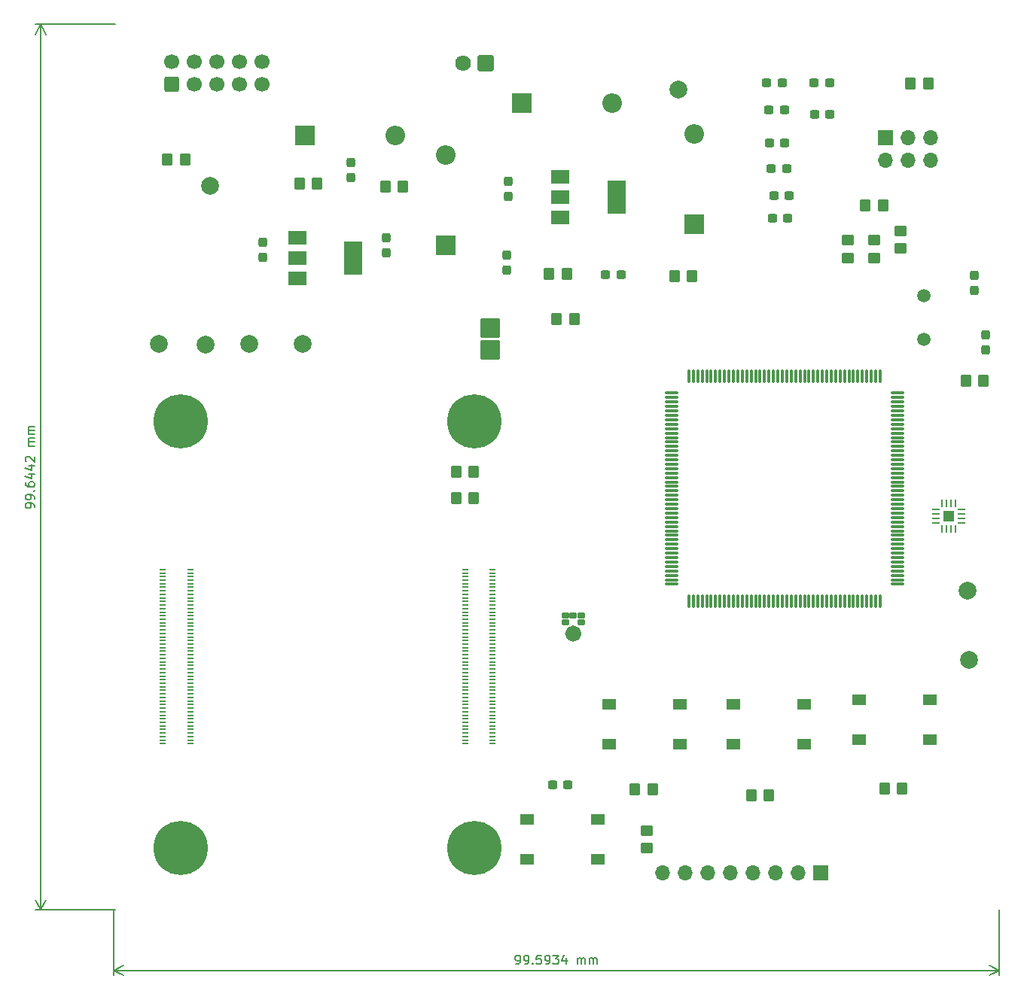
<source format=gbr>
G04 #@! TF.GenerationSoftware,KiCad,Pcbnew,9.0.0*
G04 #@! TF.CreationDate,2025-03-31T20:00:41-05:00*
G04 #@! TF.ProjectId,Portable Offline Translator,506f7274-6162-46c6-9520-4f66666c696e,rev?*
G04 #@! TF.SameCoordinates,Original*
G04 #@! TF.FileFunction,Soldermask,Top*
G04 #@! TF.FilePolarity,Negative*
%FSLAX46Y46*%
G04 Gerber Fmt 4.6, Leading zero omitted, Abs format (unit mm)*
G04 Created by KiCad (PCBNEW 9.0.0) date 2025-03-31 20:00:41*
%MOMM*%
%LPD*%
G01*
G04 APERTURE LIST*
G04 Aperture macros list*
%AMRoundRect*
0 Rectangle with rounded corners*
0 $1 Rounding radius*
0 $2 $3 $4 $5 $6 $7 $8 $9 X,Y pos of 4 corners*
0 Add a 4 corners polygon primitive as box body*
4,1,4,$2,$3,$4,$5,$6,$7,$8,$9,$2,$3,0*
0 Add four circle primitives for the rounded corners*
1,1,$1+$1,$2,$3*
1,1,$1+$1,$4,$5*
1,1,$1+$1,$6,$7*
1,1,$1+$1,$8,$9*
0 Add four rect primitives between the rounded corners*
20,1,$1+$1,$2,$3,$4,$5,0*
20,1,$1+$1,$4,$5,$6,$7,0*
20,1,$1+$1,$6,$7,$8,$9,0*
20,1,$1+$1,$8,$9,$2,$3,0*%
G04 Aperture macros list end*
%ADD10C,0.150000*%
%ADD11C,0.912000*%
%ADD12RoundRect,0.250000X0.350000X0.450000X-0.350000X0.450000X-0.350000X-0.450000X0.350000X-0.450000X0*%
%ADD13RoundRect,0.102000X-0.300000X-0.261000X0.300000X-0.261000X0.300000X0.261000X-0.300000X0.261000X0*%
%ADD14C,0.500000*%
%ADD15R,1.550000X1.300000*%
%ADD16C,2.000000*%
%ADD17R,2.200000X2.200000*%
%ADD18O,2.200000X2.200000*%
%ADD19R,1.700000X1.700000*%
%ADD20O,1.700000X1.700000*%
%ADD21RoundRect,0.237500X0.237500X-0.300000X0.237500X0.300000X-0.237500X0.300000X-0.237500X-0.300000X0*%
%ADD22RoundRect,0.250000X-0.350000X-0.450000X0.350000X-0.450000X0.350000X0.450000X-0.350000X0.450000X0*%
%ADD23R,2.000000X1.500000*%
%ADD24R,2.000000X3.800000*%
%ADD25RoundRect,0.102000X1.000000X-1.000000X1.000000X1.000000X-1.000000X1.000000X-1.000000X-1.000000X0*%
%ADD26RoundRect,0.237500X-0.300000X-0.237500X0.300000X-0.237500X0.300000X0.237500X-0.300000X0.237500X0*%
%ADD27RoundRect,0.250000X0.450000X-0.350000X0.450000X0.350000X-0.450000X0.350000X-0.450000X-0.350000X0*%
%ADD28RoundRect,0.250000X-0.450000X0.350000X-0.450000X-0.350000X0.450000X-0.350000X0.450000X0.350000X0*%
%ADD29RoundRect,0.237500X-0.237500X0.300000X-0.237500X-0.300000X0.237500X-0.300000X0.237500X0.300000X0*%
%ADD30C,6.100000*%
%ADD31R,0.700000X0.200000*%
%ADD32RoundRect,0.250000X0.600000X-0.600000X0.600000X0.600000X-0.600000X0.600000X-0.600000X-0.600000X0*%
%ADD33C,1.700000*%
%ADD34C,1.500000*%
%ADD35RoundRect,0.062500X0.350000X0.062500X-0.350000X0.062500X-0.350000X-0.062500X0.350000X-0.062500X0*%
%ADD36RoundRect,0.062500X0.062500X0.350000X-0.062500X0.350000X-0.062500X-0.350000X0.062500X-0.350000X0*%
%ADD37R,1.230000X1.230000*%
%ADD38RoundRect,0.075000X-0.675000X-0.075000X0.675000X-0.075000X0.675000X0.075000X-0.675000X0.075000X0*%
%ADD39RoundRect,0.075000X-0.075000X-0.675000X0.075000X-0.675000X0.075000X0.675000X-0.075000X0.675000X0*%
%ADD40RoundRect,0.102000X-0.787500X-0.787500X0.787500X-0.787500X0.787500X0.787500X-0.787500X0.787500X0*%
%ADD41C,1.779000*%
G04 APERTURE END LIST*
D10*
X68900819Y-109336908D02*
X68900819Y-109146432D01*
X68900819Y-109146432D02*
X68853200Y-109051194D01*
X68853200Y-109051194D02*
X68805580Y-109003575D01*
X68805580Y-109003575D02*
X68662723Y-108908337D01*
X68662723Y-108908337D02*
X68472247Y-108860718D01*
X68472247Y-108860718D02*
X68091295Y-108860718D01*
X68091295Y-108860718D02*
X67996057Y-108908337D01*
X67996057Y-108908337D02*
X67948438Y-108955956D01*
X67948438Y-108955956D02*
X67900819Y-109051194D01*
X67900819Y-109051194D02*
X67900819Y-109241670D01*
X67900819Y-109241670D02*
X67948438Y-109336908D01*
X67948438Y-109336908D02*
X67996057Y-109384527D01*
X67996057Y-109384527D02*
X68091295Y-109432146D01*
X68091295Y-109432146D02*
X68329390Y-109432146D01*
X68329390Y-109432146D02*
X68424628Y-109384527D01*
X68424628Y-109384527D02*
X68472247Y-109336908D01*
X68472247Y-109336908D02*
X68519866Y-109241670D01*
X68519866Y-109241670D02*
X68519866Y-109051194D01*
X68519866Y-109051194D02*
X68472247Y-108955956D01*
X68472247Y-108955956D02*
X68424628Y-108908337D01*
X68424628Y-108908337D02*
X68329390Y-108860718D01*
X68900819Y-108384527D02*
X68900819Y-108194051D01*
X68900819Y-108194051D02*
X68853200Y-108098813D01*
X68853200Y-108098813D02*
X68805580Y-108051194D01*
X68805580Y-108051194D02*
X68662723Y-107955956D01*
X68662723Y-107955956D02*
X68472247Y-107908337D01*
X68472247Y-107908337D02*
X68091295Y-107908337D01*
X68091295Y-107908337D02*
X67996057Y-107955956D01*
X67996057Y-107955956D02*
X67948438Y-108003575D01*
X67948438Y-108003575D02*
X67900819Y-108098813D01*
X67900819Y-108098813D02*
X67900819Y-108289289D01*
X67900819Y-108289289D02*
X67948438Y-108384527D01*
X67948438Y-108384527D02*
X67996057Y-108432146D01*
X67996057Y-108432146D02*
X68091295Y-108479765D01*
X68091295Y-108479765D02*
X68329390Y-108479765D01*
X68329390Y-108479765D02*
X68424628Y-108432146D01*
X68424628Y-108432146D02*
X68472247Y-108384527D01*
X68472247Y-108384527D02*
X68519866Y-108289289D01*
X68519866Y-108289289D02*
X68519866Y-108098813D01*
X68519866Y-108098813D02*
X68472247Y-108003575D01*
X68472247Y-108003575D02*
X68424628Y-107955956D01*
X68424628Y-107955956D02*
X68329390Y-107908337D01*
X68805580Y-107479765D02*
X68853200Y-107432146D01*
X68853200Y-107432146D02*
X68900819Y-107479765D01*
X68900819Y-107479765D02*
X68853200Y-107527384D01*
X68853200Y-107527384D02*
X68805580Y-107479765D01*
X68805580Y-107479765D02*
X68900819Y-107479765D01*
X67900819Y-106575004D02*
X67900819Y-106765480D01*
X67900819Y-106765480D02*
X67948438Y-106860718D01*
X67948438Y-106860718D02*
X67996057Y-106908337D01*
X67996057Y-106908337D02*
X68138914Y-107003575D01*
X68138914Y-107003575D02*
X68329390Y-107051194D01*
X68329390Y-107051194D02*
X68710342Y-107051194D01*
X68710342Y-107051194D02*
X68805580Y-107003575D01*
X68805580Y-107003575D02*
X68853200Y-106955956D01*
X68853200Y-106955956D02*
X68900819Y-106860718D01*
X68900819Y-106860718D02*
X68900819Y-106670242D01*
X68900819Y-106670242D02*
X68853200Y-106575004D01*
X68853200Y-106575004D02*
X68805580Y-106527385D01*
X68805580Y-106527385D02*
X68710342Y-106479766D01*
X68710342Y-106479766D02*
X68472247Y-106479766D01*
X68472247Y-106479766D02*
X68377009Y-106527385D01*
X68377009Y-106527385D02*
X68329390Y-106575004D01*
X68329390Y-106575004D02*
X68281771Y-106670242D01*
X68281771Y-106670242D02*
X68281771Y-106860718D01*
X68281771Y-106860718D02*
X68329390Y-106955956D01*
X68329390Y-106955956D02*
X68377009Y-107003575D01*
X68377009Y-107003575D02*
X68472247Y-107051194D01*
X68234152Y-105622623D02*
X68900819Y-105622623D01*
X67853200Y-105860718D02*
X68567485Y-106098813D01*
X68567485Y-106098813D02*
X68567485Y-105479766D01*
X68234152Y-104670242D02*
X68900819Y-104670242D01*
X67853200Y-104908337D02*
X68567485Y-105146432D01*
X68567485Y-105146432D02*
X68567485Y-104527385D01*
X67996057Y-104194051D02*
X67948438Y-104146432D01*
X67948438Y-104146432D02*
X67900819Y-104051194D01*
X67900819Y-104051194D02*
X67900819Y-103813099D01*
X67900819Y-103813099D02*
X67948438Y-103717861D01*
X67948438Y-103717861D02*
X67996057Y-103670242D01*
X67996057Y-103670242D02*
X68091295Y-103622623D01*
X68091295Y-103622623D02*
X68186533Y-103622623D01*
X68186533Y-103622623D02*
X68329390Y-103670242D01*
X68329390Y-103670242D02*
X68900819Y-104241670D01*
X68900819Y-104241670D02*
X68900819Y-103622623D01*
X68900819Y-102432146D02*
X68234152Y-102432146D01*
X68329390Y-102432146D02*
X68281771Y-102384527D01*
X68281771Y-102384527D02*
X68234152Y-102289289D01*
X68234152Y-102289289D02*
X68234152Y-102146432D01*
X68234152Y-102146432D02*
X68281771Y-102051194D01*
X68281771Y-102051194D02*
X68377009Y-102003575D01*
X68377009Y-102003575D02*
X68900819Y-102003575D01*
X68377009Y-102003575D02*
X68281771Y-101955956D01*
X68281771Y-101955956D02*
X68234152Y-101860718D01*
X68234152Y-101860718D02*
X68234152Y-101717861D01*
X68234152Y-101717861D02*
X68281771Y-101622622D01*
X68281771Y-101622622D02*
X68377009Y-101575003D01*
X68377009Y-101575003D02*
X68900819Y-101575003D01*
X68900819Y-101098813D02*
X68234152Y-101098813D01*
X68329390Y-101098813D02*
X68281771Y-101051194D01*
X68281771Y-101051194D02*
X68234152Y-100955956D01*
X68234152Y-100955956D02*
X68234152Y-100813099D01*
X68234152Y-100813099D02*
X68281771Y-100717861D01*
X68281771Y-100717861D02*
X68377009Y-100670242D01*
X68377009Y-100670242D02*
X68900819Y-100670242D01*
X68377009Y-100670242D02*
X68281771Y-100622623D01*
X68281771Y-100622623D02*
X68234152Y-100527385D01*
X68234152Y-100527385D02*
X68234152Y-100384528D01*
X68234152Y-100384528D02*
X68281771Y-100289289D01*
X68281771Y-100289289D02*
X68377009Y-100241670D01*
X68377009Y-100241670D02*
X68900819Y-100241670D01*
X77960600Y-154635200D02*
X69009580Y-154635200D01*
X69009580Y-54991000D02*
X77960600Y-54991000D01*
X69596000Y-154635200D02*
X69596000Y-54991000D01*
X69596000Y-154635200D02*
X69596000Y-54991000D01*
X69596000Y-154635200D02*
X69009579Y-153508696D01*
X69596000Y-154635200D02*
X70182421Y-153508696D01*
X69596000Y-54991000D02*
X70182421Y-56117504D01*
X69596000Y-54991000D02*
X69009579Y-56117504D01*
X69596000Y-154635200D02*
X69596000Y-54991000D01*
X69596000Y-154635200D02*
X69596000Y-54991000D01*
X69596000Y-154635200D02*
X69009579Y-153508696D01*
X69596000Y-154635200D02*
X70182421Y-153508696D01*
X69596000Y-54991000D02*
X70182421Y-56117504D01*
X69596000Y-54991000D02*
X69009579Y-56117504D01*
X123073091Y-160747219D02*
X123263567Y-160747219D01*
X123263567Y-160747219D02*
X123358805Y-160699600D01*
X123358805Y-160699600D02*
X123406424Y-160651980D01*
X123406424Y-160651980D02*
X123501662Y-160509123D01*
X123501662Y-160509123D02*
X123549281Y-160318647D01*
X123549281Y-160318647D02*
X123549281Y-159937695D01*
X123549281Y-159937695D02*
X123501662Y-159842457D01*
X123501662Y-159842457D02*
X123454043Y-159794838D01*
X123454043Y-159794838D02*
X123358805Y-159747219D01*
X123358805Y-159747219D02*
X123168329Y-159747219D01*
X123168329Y-159747219D02*
X123073091Y-159794838D01*
X123073091Y-159794838D02*
X123025472Y-159842457D01*
X123025472Y-159842457D02*
X122977853Y-159937695D01*
X122977853Y-159937695D02*
X122977853Y-160175790D01*
X122977853Y-160175790D02*
X123025472Y-160271028D01*
X123025472Y-160271028D02*
X123073091Y-160318647D01*
X123073091Y-160318647D02*
X123168329Y-160366266D01*
X123168329Y-160366266D02*
X123358805Y-160366266D01*
X123358805Y-160366266D02*
X123454043Y-160318647D01*
X123454043Y-160318647D02*
X123501662Y-160271028D01*
X123501662Y-160271028D02*
X123549281Y-160175790D01*
X124025472Y-160747219D02*
X124215948Y-160747219D01*
X124215948Y-160747219D02*
X124311186Y-160699600D01*
X124311186Y-160699600D02*
X124358805Y-160651980D01*
X124358805Y-160651980D02*
X124454043Y-160509123D01*
X124454043Y-160509123D02*
X124501662Y-160318647D01*
X124501662Y-160318647D02*
X124501662Y-159937695D01*
X124501662Y-159937695D02*
X124454043Y-159842457D01*
X124454043Y-159842457D02*
X124406424Y-159794838D01*
X124406424Y-159794838D02*
X124311186Y-159747219D01*
X124311186Y-159747219D02*
X124120710Y-159747219D01*
X124120710Y-159747219D02*
X124025472Y-159794838D01*
X124025472Y-159794838D02*
X123977853Y-159842457D01*
X123977853Y-159842457D02*
X123930234Y-159937695D01*
X123930234Y-159937695D02*
X123930234Y-160175790D01*
X123930234Y-160175790D02*
X123977853Y-160271028D01*
X123977853Y-160271028D02*
X124025472Y-160318647D01*
X124025472Y-160318647D02*
X124120710Y-160366266D01*
X124120710Y-160366266D02*
X124311186Y-160366266D01*
X124311186Y-160366266D02*
X124406424Y-160318647D01*
X124406424Y-160318647D02*
X124454043Y-160271028D01*
X124454043Y-160271028D02*
X124501662Y-160175790D01*
X124930234Y-160651980D02*
X124977853Y-160699600D01*
X124977853Y-160699600D02*
X124930234Y-160747219D01*
X124930234Y-160747219D02*
X124882615Y-160699600D01*
X124882615Y-160699600D02*
X124930234Y-160651980D01*
X124930234Y-160651980D02*
X124930234Y-160747219D01*
X125882614Y-159747219D02*
X125406424Y-159747219D01*
X125406424Y-159747219D02*
X125358805Y-160223409D01*
X125358805Y-160223409D02*
X125406424Y-160175790D01*
X125406424Y-160175790D02*
X125501662Y-160128171D01*
X125501662Y-160128171D02*
X125739757Y-160128171D01*
X125739757Y-160128171D02*
X125834995Y-160175790D01*
X125834995Y-160175790D02*
X125882614Y-160223409D01*
X125882614Y-160223409D02*
X125930233Y-160318647D01*
X125930233Y-160318647D02*
X125930233Y-160556742D01*
X125930233Y-160556742D02*
X125882614Y-160651980D01*
X125882614Y-160651980D02*
X125834995Y-160699600D01*
X125834995Y-160699600D02*
X125739757Y-160747219D01*
X125739757Y-160747219D02*
X125501662Y-160747219D01*
X125501662Y-160747219D02*
X125406424Y-160699600D01*
X125406424Y-160699600D02*
X125358805Y-160651980D01*
X126406424Y-160747219D02*
X126596900Y-160747219D01*
X126596900Y-160747219D02*
X126692138Y-160699600D01*
X126692138Y-160699600D02*
X126739757Y-160651980D01*
X126739757Y-160651980D02*
X126834995Y-160509123D01*
X126834995Y-160509123D02*
X126882614Y-160318647D01*
X126882614Y-160318647D02*
X126882614Y-159937695D01*
X126882614Y-159937695D02*
X126834995Y-159842457D01*
X126834995Y-159842457D02*
X126787376Y-159794838D01*
X126787376Y-159794838D02*
X126692138Y-159747219D01*
X126692138Y-159747219D02*
X126501662Y-159747219D01*
X126501662Y-159747219D02*
X126406424Y-159794838D01*
X126406424Y-159794838D02*
X126358805Y-159842457D01*
X126358805Y-159842457D02*
X126311186Y-159937695D01*
X126311186Y-159937695D02*
X126311186Y-160175790D01*
X126311186Y-160175790D02*
X126358805Y-160271028D01*
X126358805Y-160271028D02*
X126406424Y-160318647D01*
X126406424Y-160318647D02*
X126501662Y-160366266D01*
X126501662Y-160366266D02*
X126692138Y-160366266D01*
X126692138Y-160366266D02*
X126787376Y-160318647D01*
X126787376Y-160318647D02*
X126834995Y-160271028D01*
X126834995Y-160271028D02*
X126882614Y-160175790D01*
X127215948Y-159747219D02*
X127834995Y-159747219D01*
X127834995Y-159747219D02*
X127501662Y-160128171D01*
X127501662Y-160128171D02*
X127644519Y-160128171D01*
X127644519Y-160128171D02*
X127739757Y-160175790D01*
X127739757Y-160175790D02*
X127787376Y-160223409D01*
X127787376Y-160223409D02*
X127834995Y-160318647D01*
X127834995Y-160318647D02*
X127834995Y-160556742D01*
X127834995Y-160556742D02*
X127787376Y-160651980D01*
X127787376Y-160651980D02*
X127739757Y-160699600D01*
X127739757Y-160699600D02*
X127644519Y-160747219D01*
X127644519Y-160747219D02*
X127358805Y-160747219D01*
X127358805Y-160747219D02*
X127263567Y-160699600D01*
X127263567Y-160699600D02*
X127215948Y-160651980D01*
X128692138Y-160080552D02*
X128692138Y-160747219D01*
X128454043Y-159699600D02*
X128215948Y-160413885D01*
X128215948Y-160413885D02*
X128834995Y-160413885D01*
X129977853Y-160747219D02*
X129977853Y-160080552D01*
X129977853Y-160175790D02*
X130025472Y-160128171D01*
X130025472Y-160128171D02*
X130120710Y-160080552D01*
X130120710Y-160080552D02*
X130263567Y-160080552D01*
X130263567Y-160080552D02*
X130358805Y-160128171D01*
X130358805Y-160128171D02*
X130406424Y-160223409D01*
X130406424Y-160223409D02*
X130406424Y-160747219D01*
X130406424Y-160223409D02*
X130454043Y-160128171D01*
X130454043Y-160128171D02*
X130549281Y-160080552D01*
X130549281Y-160080552D02*
X130692138Y-160080552D01*
X130692138Y-160080552D02*
X130787377Y-160128171D01*
X130787377Y-160128171D02*
X130834996Y-160223409D01*
X130834996Y-160223409D02*
X130834996Y-160747219D01*
X131311186Y-160747219D02*
X131311186Y-160080552D01*
X131311186Y-160175790D02*
X131358805Y-160128171D01*
X131358805Y-160128171D02*
X131454043Y-160080552D01*
X131454043Y-160080552D02*
X131596900Y-160080552D01*
X131596900Y-160080552D02*
X131692138Y-160128171D01*
X131692138Y-160128171D02*
X131739757Y-160223409D01*
X131739757Y-160223409D02*
X131739757Y-160747219D01*
X131739757Y-160223409D02*
X131787376Y-160128171D01*
X131787376Y-160128171D02*
X131882614Y-160080552D01*
X131882614Y-160080552D02*
X132025471Y-160080552D01*
X132025471Y-160080552D02*
X132120710Y-160128171D01*
X132120710Y-160128171D02*
X132168329Y-160223409D01*
X132168329Y-160223409D02*
X132168329Y-160747219D01*
X77800200Y-154652600D02*
X77800200Y-162028820D01*
X177393600Y-162028820D02*
X177393600Y-154652600D01*
X77800200Y-161442400D02*
X177393600Y-161442400D01*
X77800200Y-161442400D02*
X177393600Y-161442400D01*
X77800200Y-161442400D02*
X78926704Y-160855979D01*
X77800200Y-161442400D02*
X78926704Y-162028821D01*
X177393600Y-161442400D02*
X176267096Y-162028821D01*
X177393600Y-161442400D02*
X176267096Y-160855979D01*
X77800200Y-161442400D02*
X177393600Y-161442400D01*
X77800200Y-161442400D02*
X177393600Y-161442400D01*
X77800200Y-161442400D02*
X78926704Y-160855979D01*
X77800200Y-161442400D02*
X78926704Y-162028821D01*
X177393600Y-161442400D02*
X176267096Y-162028821D01*
X177393600Y-161442400D02*
X176267096Y-160855979D01*
D11*
X129946200Y-123558300D02*
G75*
G02*
X129034200Y-123558300I-456000J0D01*
G01*
X129034200Y-123558300D02*
G75*
G02*
X129946200Y-123558300I456000J0D01*
G01*
D12*
X116313200Y-108280200D03*
X118313200Y-108280200D03*
X116313200Y-105330200D03*
X118313200Y-105330200D03*
D13*
X128590200Y-122306300D03*
X128590200Y-121484300D03*
X129490200Y-121484300D03*
X130390200Y-121484300D03*
X130390200Y-122306300D03*
D14*
X129490200Y-123558300D03*
D15*
X133528000Y-131517000D03*
X141478000Y-131517000D03*
X133528000Y-136017000D03*
X141478000Y-136017000D03*
D16*
X173863000Y-118694200D03*
D17*
X115189000Y-79883000D03*
D18*
X115189000Y-69723000D03*
D12*
X164322000Y-75348000D03*
X162322000Y-75348000D03*
D19*
X157353000Y-150495000D03*
D20*
X154813000Y-150495000D03*
X152273000Y-150495000D03*
X149733000Y-150495000D03*
X147193000Y-150495000D03*
X144653000Y-150495000D03*
X142113000Y-150495000D03*
X139573000Y-150495000D03*
D21*
X94615000Y-81253500D03*
X94615000Y-79528500D03*
D22*
X83836000Y-70231000D03*
X85836000Y-70231000D03*
D15*
X132245000Y-148935000D03*
X124295000Y-148935000D03*
X132245000Y-144435000D03*
X124295000Y-144435000D03*
D23*
X98450000Y-78980000D03*
X98450000Y-81280000D03*
D24*
X104750000Y-81280000D03*
D23*
X98450000Y-83580000D03*
D16*
X82931000Y-90932000D03*
X141351000Y-62357000D03*
D25*
X120153000Y-91674000D03*
X120153000Y-89174000D03*
D26*
X156591000Y-61595000D03*
X158316000Y-61595000D03*
D23*
X128041000Y-72122000D03*
X128041000Y-74422000D03*
D24*
X134341000Y-74422000D03*
D23*
X128041000Y-76722000D03*
D26*
X151892000Y-76835000D03*
X153617000Y-76835000D03*
D17*
X99339400Y-67513200D03*
D18*
X109499400Y-67513200D03*
D27*
X137795000Y-147701000D03*
X137795000Y-145701000D03*
D28*
X163296600Y-79289400D03*
X163296600Y-81289400D03*
D16*
X88138000Y-91059000D03*
D26*
X151765000Y-71247000D03*
X153490000Y-71247000D03*
D29*
X122047000Y-80925500D03*
X122047000Y-82650500D03*
D21*
X104521000Y-72236500D03*
X104521000Y-70511500D03*
D17*
X143129000Y-77470000D03*
D18*
X143129000Y-67310000D03*
D21*
X174625000Y-84936500D03*
X174625000Y-83211500D03*
X175895000Y-91667500D03*
X175895000Y-89942500D03*
D26*
X133149000Y-83185000D03*
X134874000Y-83185000D03*
D22*
X136414000Y-141097000D03*
X138414000Y-141097000D03*
D15*
X161633000Y-130973000D03*
X169583000Y-130973000D03*
X161633000Y-135473000D03*
X169583000Y-135473000D03*
D16*
X99060000Y-90932000D03*
X173990000Y-126492000D03*
D26*
X151511000Y-64643000D03*
X153236000Y-64643000D03*
D16*
X88646000Y-73152000D03*
D30*
X85388000Y-99640000D03*
X85388000Y-147640000D03*
X118388000Y-99640000D03*
X118388000Y-147640000D03*
D31*
X83348000Y-116340000D03*
X86428000Y-116340000D03*
X83348000Y-116740000D03*
X86428000Y-116740000D03*
X83348000Y-117140000D03*
X86428000Y-117140000D03*
X83348000Y-117540000D03*
X86428000Y-117540000D03*
X83348000Y-117940000D03*
X86428000Y-117940000D03*
X83348000Y-118340000D03*
X86428000Y-118340000D03*
X83348000Y-118740000D03*
X86428000Y-118740000D03*
X83348000Y-119140000D03*
X86428000Y-119140000D03*
X83348000Y-119540000D03*
X86428000Y-119540000D03*
X83348000Y-119940000D03*
X86428000Y-119940000D03*
X83348000Y-120340000D03*
X86428000Y-120340000D03*
X83348000Y-120740000D03*
X86428000Y-120740000D03*
X83348000Y-121140000D03*
X86428000Y-121140000D03*
X83348000Y-121540000D03*
X86428000Y-121540000D03*
X83348000Y-121940000D03*
X86428000Y-121940000D03*
X83348000Y-122340000D03*
X86428000Y-122340000D03*
X83348000Y-122740000D03*
X86428000Y-122740000D03*
X83348000Y-123140000D03*
X86428000Y-123140000D03*
X83348000Y-123540000D03*
X86428000Y-123540000D03*
X83348000Y-123940000D03*
X86428000Y-123940000D03*
X83348000Y-124340000D03*
X86428000Y-124340000D03*
X83348000Y-124740000D03*
X86428000Y-124740000D03*
X83348000Y-125140000D03*
X86428000Y-125140000D03*
X83348000Y-125540000D03*
X86428000Y-125540000D03*
X83348000Y-125940000D03*
X86428000Y-125940000D03*
X83348000Y-126340000D03*
X86428000Y-126340000D03*
X83348000Y-126740000D03*
X86428000Y-126740000D03*
X83348000Y-127140000D03*
X86428000Y-127140000D03*
X83348000Y-127540000D03*
X86428000Y-127540000D03*
X83348000Y-127940000D03*
X86428000Y-127940000D03*
X83348000Y-128340000D03*
X86428000Y-128340000D03*
X83348000Y-128740000D03*
X86428000Y-128740000D03*
X83348000Y-129140000D03*
X86428000Y-129140000D03*
X83348000Y-129540000D03*
X86428000Y-129540000D03*
X83348000Y-129940000D03*
X86428000Y-129940000D03*
X83348000Y-130340000D03*
X86428000Y-130340000D03*
X83348000Y-130740000D03*
X86428000Y-130740000D03*
X83348000Y-131140000D03*
X86428000Y-131140000D03*
X83348000Y-131540000D03*
X86428000Y-131540000D03*
X83348000Y-131940000D03*
X86428000Y-131940000D03*
X83348000Y-132340000D03*
X86428000Y-132340000D03*
X83348000Y-132740000D03*
X86428000Y-132740000D03*
X83348000Y-133140000D03*
X86428000Y-133140000D03*
X83348000Y-133540000D03*
X86428000Y-133540000D03*
X83348000Y-133940000D03*
X86428000Y-133940000D03*
X83348000Y-134340000D03*
X86428000Y-134340000D03*
X83348000Y-134740000D03*
X86428000Y-134740000D03*
X83348000Y-135140000D03*
X86428000Y-135140000D03*
X83348000Y-135540000D03*
X86428000Y-135540000D03*
X83348000Y-135940000D03*
X86428000Y-135940000D03*
X117348000Y-116340000D03*
X120428000Y-116340000D03*
X117348000Y-116740000D03*
X120428000Y-116740000D03*
X117348000Y-117140000D03*
X120428000Y-117140000D03*
X117348000Y-117540000D03*
X120428000Y-117540000D03*
X117348000Y-117940000D03*
X120428000Y-117940000D03*
X117348000Y-118340000D03*
X120428000Y-118340000D03*
X117348000Y-118740000D03*
X120428000Y-118740000D03*
X117348000Y-119140000D03*
X120428000Y-119140000D03*
X117348000Y-119540000D03*
X120428000Y-119540000D03*
X117348000Y-119940000D03*
X120428000Y-119940000D03*
X117348000Y-120340000D03*
X120428000Y-120340000D03*
X117348000Y-120740000D03*
X120428000Y-120740000D03*
X117348000Y-121140000D03*
X120428000Y-121140000D03*
X117348000Y-121540000D03*
X120428000Y-121540000D03*
X117348000Y-121940000D03*
X120428000Y-121940000D03*
X117348000Y-122340000D03*
X120428000Y-122340000D03*
X117348000Y-122740000D03*
X120428000Y-122740000D03*
X117348000Y-123140000D03*
X120428000Y-123140000D03*
X117348000Y-123540000D03*
X120428000Y-123540000D03*
X117348000Y-123940000D03*
X120428000Y-123940000D03*
X117348000Y-124340000D03*
X120428000Y-124340000D03*
X117348000Y-124740000D03*
X120428000Y-124740000D03*
X117348000Y-125140000D03*
X120428000Y-125140000D03*
X117348000Y-125540000D03*
X120428000Y-125540000D03*
X117348000Y-125940000D03*
X120428000Y-125940000D03*
X117348000Y-126340000D03*
X120428000Y-126340000D03*
X117348000Y-126740000D03*
X120428000Y-126740000D03*
X117348000Y-127140000D03*
X120428000Y-127140000D03*
X117348000Y-127540000D03*
X120428000Y-127540000D03*
X117348000Y-127940000D03*
X120428000Y-127940000D03*
X117348000Y-128340000D03*
X120428000Y-128340000D03*
X117348000Y-128740000D03*
X120428000Y-128740000D03*
X117348000Y-129140000D03*
X120428000Y-129140000D03*
X117348000Y-129540000D03*
X120428000Y-129540000D03*
X117348000Y-129940000D03*
X120428000Y-129940000D03*
X117348000Y-130340000D03*
X120428000Y-130340000D03*
X117348000Y-130740000D03*
X120428000Y-130740000D03*
X117348000Y-131140000D03*
X120428000Y-131140000D03*
X117348000Y-131540000D03*
X120428000Y-131540000D03*
X117348000Y-131940000D03*
X120428000Y-131940000D03*
X117348000Y-132340000D03*
X120428000Y-132340000D03*
X117348000Y-132740000D03*
X120428000Y-132740000D03*
X117348000Y-133140000D03*
X120428000Y-133140000D03*
X117348000Y-133540000D03*
X120428000Y-133540000D03*
X117348000Y-133940000D03*
X120428000Y-133940000D03*
X117348000Y-134340000D03*
X120428000Y-134340000D03*
X117348000Y-134740000D03*
X120428000Y-134740000D03*
X117348000Y-135140000D03*
X120428000Y-135140000D03*
X117348000Y-135540000D03*
X120428000Y-135540000D03*
X117348000Y-135940000D03*
X120428000Y-135940000D03*
D26*
X151257000Y-61595000D03*
X152982000Y-61595000D03*
D15*
X147536000Y-131481000D03*
X155486000Y-131481000D03*
X147536000Y-135981000D03*
X155486000Y-135981000D03*
D12*
X175641000Y-95123000D03*
X173641000Y-95123000D03*
D19*
X164607000Y-67798000D03*
D20*
X164607000Y-70338000D03*
X167147000Y-67798000D03*
X167147000Y-70338000D03*
X169687000Y-67798000D03*
X169687000Y-70338000D03*
D32*
X84302600Y-61772800D03*
D33*
X84302600Y-59232800D03*
X86842600Y-61772800D03*
X86842600Y-59232800D03*
X89382600Y-61772800D03*
X89382600Y-59232800D03*
X91922600Y-61772800D03*
X91922600Y-59232800D03*
X94462600Y-61772800D03*
X94462600Y-59232800D03*
D26*
X152045500Y-74295000D03*
X153770500Y-74295000D03*
D34*
X168910000Y-90424000D03*
X168910000Y-85544000D03*
D22*
X108347000Y-73279000D03*
X110347000Y-73279000D03*
X127625600Y-88188800D03*
X129625600Y-88188800D03*
D35*
X173141500Y-111113000D03*
X173141500Y-110613000D03*
X173141500Y-110113000D03*
X173141500Y-109613000D03*
D36*
X172454000Y-108925500D03*
X171954000Y-108925500D03*
X171454000Y-108925500D03*
X170954000Y-108925500D03*
D35*
X170266500Y-109613000D03*
X170266500Y-110113000D03*
X170266500Y-110613000D03*
X170266500Y-111113000D03*
D36*
X170954000Y-111800500D03*
X171454000Y-111800500D03*
X171954000Y-111800500D03*
X172454000Y-111800500D03*
D37*
X171704000Y-110363000D03*
D38*
X140577000Y-96498000D03*
X140577000Y-96998000D03*
X140577000Y-97498000D03*
X140577000Y-97998000D03*
X140577000Y-98498000D03*
X140577000Y-98998000D03*
X140577000Y-99498000D03*
X140577000Y-99998000D03*
X140577000Y-100498000D03*
X140577000Y-100998000D03*
X140577000Y-101498000D03*
X140577000Y-101998000D03*
X140577000Y-102498000D03*
X140577000Y-102998000D03*
X140577000Y-103498000D03*
X140577000Y-103998000D03*
X140577000Y-104498000D03*
X140577000Y-104998000D03*
X140577000Y-105498000D03*
X140577000Y-105998000D03*
X140577000Y-106498000D03*
X140577000Y-106998000D03*
X140577000Y-107498000D03*
X140577000Y-107998000D03*
X140577000Y-108498000D03*
X140577000Y-108998000D03*
X140577000Y-109498000D03*
X140577000Y-109998000D03*
X140577000Y-110498000D03*
X140577000Y-110998000D03*
X140577000Y-111498000D03*
X140577000Y-111998000D03*
X140577000Y-112498000D03*
X140577000Y-112998000D03*
X140577000Y-113498000D03*
X140577000Y-113998000D03*
X140577000Y-114498000D03*
X140577000Y-114998000D03*
X140577000Y-115498000D03*
X140577000Y-115998000D03*
X140577000Y-116498000D03*
X140577000Y-116998000D03*
X140577000Y-117498000D03*
X140577000Y-117998000D03*
D39*
X142502000Y-119923000D03*
X143002000Y-119923000D03*
X143502000Y-119923000D03*
X144002000Y-119923000D03*
X144502000Y-119923000D03*
X145002000Y-119923000D03*
X145502000Y-119923000D03*
X146002000Y-119923000D03*
X146502000Y-119923000D03*
X147002000Y-119923000D03*
X147502000Y-119923000D03*
X148002000Y-119923000D03*
X148502000Y-119923000D03*
X149002000Y-119923000D03*
X149502000Y-119923000D03*
X150002000Y-119923000D03*
X150502000Y-119923000D03*
X151002000Y-119923000D03*
X151502000Y-119923000D03*
X152002000Y-119923000D03*
X152502000Y-119923000D03*
X153002000Y-119923000D03*
X153502000Y-119923000D03*
X154002000Y-119923000D03*
X154502000Y-119923000D03*
X155002000Y-119923000D03*
X155502000Y-119923000D03*
X156002000Y-119923000D03*
X156502000Y-119923000D03*
X157002000Y-119923000D03*
X157502000Y-119923000D03*
X158002000Y-119923000D03*
X158502000Y-119923000D03*
X159002000Y-119923000D03*
X159502000Y-119923000D03*
X160002000Y-119923000D03*
X160502000Y-119923000D03*
X161002000Y-119923000D03*
X161502000Y-119923000D03*
X162002000Y-119923000D03*
X162502000Y-119923000D03*
X163002000Y-119923000D03*
X163502000Y-119923000D03*
X164002000Y-119923000D03*
D38*
X165927000Y-117998000D03*
X165927000Y-117498000D03*
X165927000Y-116998000D03*
X165927000Y-116498000D03*
X165927000Y-115998000D03*
X165927000Y-115498000D03*
X165927000Y-114998000D03*
X165927000Y-114498000D03*
X165927000Y-113998000D03*
X165927000Y-113498000D03*
X165927000Y-112998000D03*
X165927000Y-112498000D03*
X165927000Y-111998000D03*
X165927000Y-111498000D03*
X165927000Y-110998000D03*
X165927000Y-110498000D03*
X165927000Y-109998000D03*
X165927000Y-109498000D03*
X165927000Y-108998000D03*
X165927000Y-108498000D03*
X165927000Y-107998000D03*
X165927000Y-107498000D03*
X165927000Y-106998000D03*
X165927000Y-106498000D03*
X165927000Y-105998000D03*
X165927000Y-105498000D03*
X165927000Y-104998000D03*
X165927000Y-104498000D03*
X165927000Y-103998000D03*
X165927000Y-103498000D03*
X165927000Y-102998000D03*
X165927000Y-102498000D03*
X165927000Y-101998000D03*
X165927000Y-101498000D03*
X165927000Y-100998000D03*
X165927000Y-100498000D03*
X165927000Y-99998000D03*
X165927000Y-99498000D03*
X165927000Y-98998000D03*
X165927000Y-98498000D03*
X165927000Y-97998000D03*
X165927000Y-97498000D03*
X165927000Y-96998000D03*
X165927000Y-96498000D03*
D39*
X164002000Y-94573000D03*
X163502000Y-94573000D03*
X163002000Y-94573000D03*
X162502000Y-94573000D03*
X162002000Y-94573000D03*
X161502000Y-94573000D03*
X161002000Y-94573000D03*
X160502000Y-94573000D03*
X160002000Y-94573000D03*
X159502000Y-94573000D03*
X159002000Y-94573000D03*
X158502000Y-94573000D03*
X158002000Y-94573000D03*
X157502000Y-94573000D03*
X157002000Y-94573000D03*
X156502000Y-94573000D03*
X156002000Y-94573000D03*
X155502000Y-94573000D03*
X155002000Y-94573000D03*
X154502000Y-94573000D03*
X154002000Y-94573000D03*
X153502000Y-94573000D03*
X153002000Y-94573000D03*
X152502000Y-94573000D03*
X152002000Y-94573000D03*
X151502000Y-94573000D03*
X151002000Y-94573000D03*
X150502000Y-94573000D03*
X150002000Y-94573000D03*
X149502000Y-94573000D03*
X149002000Y-94573000D03*
X148502000Y-94573000D03*
X148002000Y-94573000D03*
X147502000Y-94573000D03*
X147002000Y-94573000D03*
X146502000Y-94573000D03*
X146002000Y-94573000D03*
X145502000Y-94573000D03*
X145002000Y-94573000D03*
X144502000Y-94573000D03*
X144002000Y-94573000D03*
X143502000Y-94573000D03*
X143002000Y-94573000D03*
X142502000Y-94573000D03*
D28*
X166268400Y-78222600D03*
X166268400Y-80222600D03*
D22*
X164497000Y-140970000D03*
X166497000Y-140970000D03*
X149495000Y-141732000D03*
X151495000Y-141732000D03*
X98695000Y-72898000D03*
X100695000Y-72898000D03*
D16*
X93091000Y-90932000D03*
D17*
X123698000Y-63881000D03*
D18*
X133858000Y-63881000D03*
D22*
X167418000Y-61632000D03*
X169418000Y-61632000D03*
D26*
X127153500Y-140589000D03*
X128878500Y-140589000D03*
X156617500Y-65151000D03*
X158342500Y-65151000D03*
D21*
X122174000Y-74395500D03*
X122174000Y-72670500D03*
D26*
X151537500Y-68326000D03*
X153262500Y-68326000D03*
D22*
X140859000Y-83312000D03*
X142859000Y-83312000D03*
D29*
X108458000Y-79020500D03*
X108458000Y-80745500D03*
D22*
X126762000Y-83058000D03*
X128762000Y-83058000D03*
D28*
X160346600Y-79289400D03*
X160346600Y-81289400D03*
D40*
X119634000Y-59385200D03*
D41*
X117134000Y-59385200D03*
M02*

</source>
